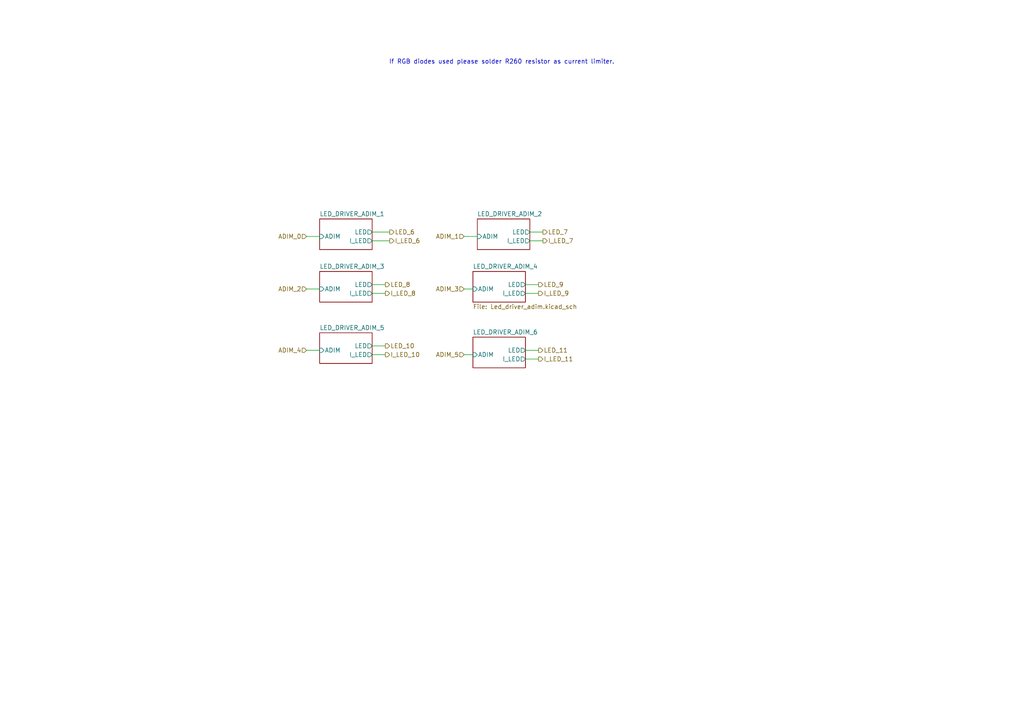
<source format=kicad_sch>
(kicad_sch
	(version 20250114)
	(generator "eeschema")
	(generator_version "9.0")
	(uuid "d5c68ba4-cbf6-419d-baff-3035488d624b")
	(paper "A4")
	(lib_symbols)
	(text "If RGB diodes used please solder R260 resistor as current limiter.\n"
		(exclude_from_sim no)
		(at 145.542 18.034 0)
		(effects
			(font
				(size 1.27 1.27)
			)
		)
		(uuid "000d63ae-5824-4adf-8eb4-ae09d460f85e")
	)
	(wire
		(pts
			(xy 107.95 69.85) (xy 113.03 69.85)
		)
		(stroke
			(width 0)
			(type default)
		)
		(uuid "25d819ee-0dac-45fb-82fa-ad2eedb3a791")
	)
	(wire
		(pts
			(xy 88.9 68.58) (xy 92.71 68.58)
		)
		(stroke
			(width 0)
			(type default)
		)
		(uuid "34bb4c36-ba88-4f21-afaf-5c6b2e0e94e1")
	)
	(wire
		(pts
			(xy 107.95 100.33) (xy 111.76 100.33)
		)
		(stroke
			(width 0)
			(type default)
		)
		(uuid "4c52e4a4-e3ef-486d-a52e-573003ce6cec")
	)
	(wire
		(pts
			(xy 153.67 67.31) (xy 157.48 67.31)
		)
		(stroke
			(width 0)
			(type default)
		)
		(uuid "687a1de2-3c5d-4299-83b3-afb5b7f49d09")
	)
	(wire
		(pts
			(xy 107.95 102.87) (xy 111.76 102.87)
		)
		(stroke
			(width 0)
			(type default)
		)
		(uuid "6f2eec58-5846-4c4c-a5df-e01492bb00a8")
	)
	(wire
		(pts
			(xy 134.62 68.58) (xy 138.43 68.58)
		)
		(stroke
			(width 0)
			(type default)
		)
		(uuid "72a57804-9b83-45b9-880a-82c2e04c20c9")
	)
	(wire
		(pts
			(xy 107.95 85.09) (xy 111.76 85.09)
		)
		(stroke
			(width 0)
			(type default)
		)
		(uuid "88df0fdb-0525-45e3-baf1-ee0aea5cffc2")
	)
	(wire
		(pts
			(xy 152.4 104.14) (xy 156.21 104.14)
		)
		(stroke
			(width 0)
			(type default)
		)
		(uuid "a49fc843-afec-4b55-9cb9-5704d3e9e59b")
	)
	(wire
		(pts
			(xy 88.9 83.82) (xy 92.71 83.82)
		)
		(stroke
			(width 0)
			(type default)
		)
		(uuid "a6930e54-49f2-4c6e-9279-4b7c382a3bbc")
	)
	(wire
		(pts
			(xy 152.4 82.55) (xy 156.21 82.55)
		)
		(stroke
			(width 0)
			(type default)
		)
		(uuid "acc2ebf7-868e-45b0-b46c-38e5a0b3e1fa")
	)
	(wire
		(pts
			(xy 107.95 82.55) (xy 111.76 82.55)
		)
		(stroke
			(width 0)
			(type default)
		)
		(uuid "ae3a6aad-bd4a-45f7-8416-f4a57d308489")
	)
	(wire
		(pts
			(xy 134.62 102.87) (xy 137.16 102.87)
		)
		(stroke
			(width 0)
			(type default)
		)
		(uuid "b0e3d6c5-fa7c-45d5-a0b1-b89c9333e7fd")
	)
	(wire
		(pts
			(xy 153.67 69.85) (xy 157.48 69.85)
		)
		(stroke
			(width 0)
			(type default)
		)
		(uuid "b7ef3162-66df-4611-afe1-ec7a972b1dc2")
	)
	(wire
		(pts
			(xy 134.62 83.82) (xy 137.16 83.82)
		)
		(stroke
			(width 0)
			(type default)
		)
		(uuid "b94c16b1-7e53-418a-a00a-ac9dddc69bf6")
	)
	(wire
		(pts
			(xy 152.4 85.09) (xy 156.21 85.09)
		)
		(stroke
			(width 0)
			(type default)
		)
		(uuid "d6e2d45b-1615-44c6-af46-b1b9d5675eb6")
	)
	(wire
		(pts
			(xy 88.9 101.6) (xy 92.71 101.6)
		)
		(stroke
			(width 0)
			(type default)
		)
		(uuid "f14cde5d-b0e3-41e6-b749-9c1d6515b869")
	)
	(wire
		(pts
			(xy 107.95 67.31) (xy 113.03 67.31)
		)
		(stroke
			(width 0)
			(type default)
		)
		(uuid "f4d616a6-7aba-4d41-b52c-6f66357485bd")
	)
	(wire
		(pts
			(xy 152.4 101.6) (xy 156.21 101.6)
		)
		(stroke
			(width 0)
			(type default)
		)
		(uuid "f7c389c9-4282-4efe-98c0-fc2e1fa53950")
	)
	(hierarchical_label "LED_11"
		(shape output)
		(at 156.21 101.6 0)
		(effects
			(font
				(size 1.27 1.27)
			)
			(justify left)
		)
		(uuid "0934feec-11c0-4ddf-ac2a-f9374c9b929e")
	)
	(hierarchical_label "LED_6"
		(shape output)
		(at 113.03 67.31 0)
		(effects
			(font
				(size 1.27 1.27)
			)
			(justify left)
		)
		(uuid "10edb33f-2e22-4637-99b8-d30b700dec18")
	)
	(hierarchical_label "ADIM_2"
		(shape input)
		(at 88.9 83.82 180)
		(effects
			(font
				(size 1.27 1.27)
			)
			(justify right)
		)
		(uuid "1297d197-f632-4e3e-a0e9-c4580b8f5025")
	)
	(hierarchical_label "I_LED_7"
		(shape output)
		(at 157.48 69.85 0)
		(effects
			(font
				(size 1.27 1.27)
			)
			(justify left)
		)
		(uuid "15fbb36f-0506-44de-9a62-f745a61685d5")
	)
	(hierarchical_label "ADIM_5"
		(shape input)
		(at 134.62 102.87 180)
		(effects
			(font
				(size 1.27 1.27)
			)
			(justify right)
		)
		(uuid "19b3c7c6-90c7-4b69-8dc6-af44c770866d")
	)
	(hierarchical_label "I_LED_8"
		(shape output)
		(at 111.76 85.09 0)
		(effects
			(font
				(size 1.27 1.27)
			)
			(justify left)
		)
		(uuid "46258876-1369-4101-a0ae-a4a17713ee3f")
	)
	(hierarchical_label "ADIM_3"
		(shape input)
		(at 134.62 83.82 180)
		(effects
			(font
				(size 1.27 1.27)
			)
			(justify right)
		)
		(uuid "5cb00f04-a950-4ede-8cd1-545ddc26acd1")
	)
	(hierarchical_label "ADIM_0"
		(shape input)
		(at 88.9 68.58 180)
		(effects
			(font
				(size 1.27 1.27)
			)
			(justify right)
		)
		(uuid "6c2a95ec-770e-43f4-a72f-67a9815b5c7a")
	)
	(hierarchical_label "I_LED_11"
		(shape output)
		(at 156.21 104.14 0)
		(effects
			(font
				(size 1.27 1.27)
			)
			(justify left)
		)
		(uuid "7bf0ee7c-aa19-4d31-8b4e-684053ccfb02")
	)
	(hierarchical_label "I_LED_10"
		(shape output)
		(at 111.76 102.87 0)
		(effects
			(font
				(size 1.27 1.27)
			)
			(justify left)
		)
		(uuid "7f88bc36-a104-4df5-88ec-efec9005e117")
	)
	(hierarchical_label "ADIM_4"
		(shape input)
		(at 88.9 101.6 180)
		(effects
			(font
				(size 1.27 1.27)
			)
			(justify right)
		)
		(uuid "9c1efdff-045c-494e-b530-7c9f66063643")
	)
	(hierarchical_label "I_LED_6"
		(shape output)
		(at 113.03 69.85 0)
		(effects
			(font
				(size 1.27 1.27)
			)
			(justify left)
		)
		(uuid "a3a357cb-ca8a-4388-997f-3281445cebc4")
	)
	(hierarchical_label "LED_8"
		(shape output)
		(at 111.76 82.55 0)
		(effects
			(font
				(size 1.27 1.27)
			)
			(justify left)
		)
		(uuid "be6e97c7-3a8f-489c-bd05-813ce15e52f1")
	)
	(hierarchical_label "LED_9"
		(shape output)
		(at 156.21 82.55 0)
		(effects
			(font
				(size 1.27 1.27)
			)
			(justify left)
		)
		(uuid "c79b0ce6-e650-4bde-bf7c-74712e6840c1")
	)
	(hierarchical_label "LED_10"
		(shape output)
		(at 111.76 100.33 0)
		(effects
			(font
				(size 1.27 1.27)
			)
			(justify left)
		)
		(uuid "cfa83e3f-fa75-4945-959a-c6c9430542ec")
	)
	(hierarchical_label "I_LED_9"
		(shape output)
		(at 156.21 85.09 0)
		(effects
			(font
				(size 1.27 1.27)
			)
			(justify left)
		)
		(uuid "f1c80492-3124-43ee-a5d3-4dd5faaab026")
	)
	(hierarchical_label "ADIM_1"
		(shape input)
		(at 134.62 68.58 180)
		(effects
			(font
				(size 1.27 1.27)
			)
			(justify right)
		)
		(uuid "f4c46fb2-79e0-4211-b202-0aca301203d2")
	)
	(hierarchical_label "LED_7"
		(shape output)
		(at 157.48 67.31 0)
		(effects
			(font
				(size 1.27 1.27)
			)
			(justify left)
		)
		(uuid "f8a4e113-17e5-4c4c-8abe-8ed54ba0b4d7")
	)
	(sheet
		(at 92.71 96.52)
		(size 15.24 8.89)
		(exclude_from_sim no)
		(in_bom yes)
		(on_board yes)
		(dnp no)
		(fields_autoplaced yes)
		(stroke
			(width 0.1524)
			(type solid)
		)
		(fill
			(color 0 0 0 0.0000)
		)
		(uuid "18ca897a-6d4b-4d99-b81b-ffaa315c0fe9")
		(property "Sheetname" "LED_DRIVER_ADIM_5"
			(at 92.71 95.8084 0)
			(effects
				(font
					(size 1.27 1.27)
				)
				(justify left bottom)
			)
		)
		(property "Sheetfile" "Led_driver_adim.kicad_sch"
			(at 92.71 105.9946 0)
			(effects
				(font
					(size 1.27 1.27)
				)
				(justify left top)
				(hide yes)
			)
		)
		(pin "I_LED" output
			(at 107.95 102.87 0)
			(uuid "b8202dad-0e3f-4c88-8fdb-475868f63425")
			(effects
				(font
					(size 1.27 1.27)
				)
				(justify right)
			)
		)
		(pin "LED" output
			(at 107.95 100.33 0)
			(uuid "6a72e065-e496-4b9f-ba52-4675f654799b")
			(effects
				(font
					(size 1.27 1.27)
				)
				(justify right)
			)
		)
		(pin "ADIM" input
			(at 92.71 101.6 180)
			(uuid "45ee9d0a-67a0-42b8-bd49-24f390e304bc")
			(effects
				(font
					(size 1.27 1.27)
				)
				(justify left)
			)
		)
		(instances
			(project "mgr_board"
				(path "/14d3b6cb-e4ae-41db-89eb-e86b07bc47b0/d7eb2425-d51d-4d8e-8dc4-8a8864a47a1c"
					(page "17")
				)
			)
		)
	)
	(sheet
		(at 92.71 78.74)
		(size 15.24 8.89)
		(exclude_from_sim no)
		(in_bom yes)
		(on_board yes)
		(dnp no)
		(fields_autoplaced yes)
		(stroke
			(width 0.1524)
			(type solid)
		)
		(fill
			(color 0 0 0 0.0000)
		)
		(uuid "478dfc0c-55c9-4a36-93cc-fd0471e6263e")
		(property "Sheetname" "LED_DRIVER_ADIM_3"
			(at 92.71 78.0284 0)
			(effects
				(font
					(size 1.27 1.27)
				)
				(justify left bottom)
			)
		)
		(property "Sheetfile" "Led_driver_adim.kicad_sch"
			(at 92.71 88.2146 0)
			(effects
				(font
					(size 1.27 1.27)
				)
				(justify left top)
				(hide yes)
			)
		)
		(pin "I_LED" output
			(at 107.95 85.09 0)
			(uuid "35922d51-61f3-4064-85d7-3197b3de4a69")
			(effects
				(font
					(size 1.27 1.27)
				)
				(justify right)
			)
		)
		(pin "LED" output
			(at 107.95 82.55 0)
			(uuid "a8dd95df-d261-48a1-9752-91f96c526564")
			(effects
				(font
					(size 1.27 1.27)
				)
				(justify right)
			)
		)
		(pin "ADIM" input
			(at 92.71 83.82 180)
			(uuid "784e5d8d-4f80-41e2-9c8e-2a378cb1923b")
			(effects
				(font
					(size 1.27 1.27)
				)
				(justify left)
			)
		)
		(instances
			(project "mgr_board"
				(path "/14d3b6cb-e4ae-41db-89eb-e86b07bc47b0/d7eb2425-d51d-4d8e-8dc4-8a8864a47a1c"
					(page "15")
				)
			)
		)
	)
	(sheet
		(at 92.71 63.5)
		(size 15.24 8.89)
		(exclude_from_sim no)
		(in_bom yes)
		(on_board yes)
		(dnp no)
		(fields_autoplaced yes)
		(stroke
			(width 0.1524)
			(type solid)
		)
		(fill
			(color 0 0 0 0.0000)
		)
		(uuid "4e984013-3273-4f78-bfeb-ddf06dfd0183")
		(property "Sheetname" "LED_DRIVER_ADIM_1"
			(at 92.71 62.7884 0)
			(effects
				(font
					(size 1.27 1.27)
				)
				(justify left bottom)
			)
		)
		(property "Sheetfile" "Led_driver_adim.kicad_sch"
			(at 92.71 72.9746 0)
			(effects
				(font
					(size 1.27 1.27)
				)
				(justify left top)
				(hide yes)
			)
		)
		(pin "I_LED" output
			(at 107.95 69.85 0)
			(uuid "9837cf04-f1b6-4ddd-ba3b-f6a30d6cf363")
			(effects
				(font
					(size 1.27 1.27)
				)
				(justify right)
			)
		)
		(pin "LED" output
			(at 107.95 67.31 0)
			(uuid "410dc48c-ac1a-4402-968f-d6195b7fa3d0")
			(effects
				(font
					(size 1.27 1.27)
				)
				(justify right)
			)
		)
		(pin "ADIM" input
			(at 92.71 68.58 180)
			(uuid "016d66d7-ecbb-4edd-b8c5-55c05a65d375")
			(effects
				(font
					(size 1.27 1.27)
				)
				(justify left)
			)
		)
		(instances
			(project "mgr_board"
				(path "/14d3b6cb-e4ae-41db-89eb-e86b07bc47b0/d7eb2425-d51d-4d8e-8dc4-8a8864a47a1c"
					(page "13")
				)
			)
		)
	)
	(sheet
		(at 138.43 63.5)
		(size 15.24 8.89)
		(exclude_from_sim no)
		(in_bom yes)
		(on_board yes)
		(dnp no)
		(fields_autoplaced yes)
		(stroke
			(width 0.1524)
			(type solid)
		)
		(fill
			(color 0 0 0 0.0000)
		)
		(uuid "7580c989-93a9-4b99-b4dd-1523b56c60e0")
		(property "Sheetname" "LED_DRIVER_ADIM_2"
			(at 138.43 62.7884 0)
			(effects
				(font
					(size 1.27 1.27)
				)
				(justify left bottom)
			)
		)
		(property "Sheetfile" "Led_driver_adim.kicad_sch"
			(at 138.43 72.9746 0)
			(effects
				(font
					(size 1.27 1.27)
				)
				(justify left top)
				(hide yes)
			)
		)
		(pin "I_LED" output
			(at 153.67 69.85 0)
			(uuid "032678d6-5273-4848-9ff9-f489758a312c")
			(effects
				(font
					(size 1.27 1.27)
				)
				(justify right)
			)
		)
		(pin "LED" output
			(at 153.67 67.31 0)
			(uuid "57a096fb-f0f3-455e-9430-629a5357e07f")
			(effects
				(font
					(size 1.27 1.27)
				)
				(justify right)
			)
		)
		(pin "ADIM" input
			(at 138.43 68.58 180)
			(uuid "5ac1cd5a-5eea-4691-a999-1797c0afc6e4")
			(effects
				(font
					(size 1.27 1.27)
				)
				(justify left)
			)
		)
		(instances
			(project "mgr_board"
				(path "/14d3b6cb-e4ae-41db-89eb-e86b07bc47b0/d7eb2425-d51d-4d8e-8dc4-8a8864a47a1c"
					(page "14")
				)
			)
		)
	)
	(sheet
		(at 137.16 78.74)
		(size 15.24 8.89)
		(exclude_from_sim no)
		(in_bom yes)
		(on_board yes)
		(dnp no)
		(fields_autoplaced yes)
		(stroke
			(width 0.1524)
			(type solid)
		)
		(fill
			(color 0 0 0 0.0000)
		)
		(uuid "d1bfb720-7cd7-4d83-870c-9d62b31f375d")
		(property "Sheetname" "LED_DRIVER_ADIM_4"
			(at 137.16 78.0284 0)
			(effects
				(font
					(size 1.27 1.27)
				)
				(justify left bottom)
			)
		)
		(property "Sheetfile" "Led_driver_adim.kicad_sch"
			(at 137.16 88.2146 0)
			(effects
				(font
					(size 1.27 1.27)
				)
				(justify left top)
			)
		)
		(pin "I_LED" output
			(at 152.4 85.09 0)
			(uuid "22f3e3d8-8572-4522-9fba-edecd635eab0")
			(effects
				(font
					(size 1.27 1.27)
				)
				(justify right)
			)
		)
		(pin "LED" output
			(at 152.4 82.55 0)
			(uuid "63d86694-ac29-4c1c-a2a1-4b3b4497fcc3")
			(effects
				(font
					(size 1.27 1.27)
				)
				(justify right)
			)
		)
		(pin "ADIM" input
			(at 137.16 83.82 180)
			(uuid "f58fb468-a0a6-46fb-ab98-cda01dba5075")
			(effects
				(font
					(size 1.27 1.27)
				)
				(justify left)
			)
		)
		(instances
			(project "mgr_board"
				(path "/14d3b6cb-e4ae-41db-89eb-e86b07bc47b0/d7eb2425-d51d-4d8e-8dc4-8a8864a47a1c"
					(page "16")
				)
			)
		)
	)
	(sheet
		(at 137.16 97.79)
		(size 15.24 8.89)
		(exclude_from_sim no)
		(in_bom yes)
		(on_board yes)
		(dnp no)
		(fields_autoplaced yes)
		(stroke
			(width 0.1524)
			(type solid)
		)
		(fill
			(color 0 0 0 0.0000)
		)
		(uuid "e1ae6168-d928-42f7-a8a0-d78ccd7ebaeb")
		(property "Sheetname" "LED_DRIVER_ADIM_6"
			(at 137.16 97.0784 0)
			(effects
				(font
					(size 1.27 1.27)
				)
				(justify left bottom)
			)
		)
		(property "Sheetfile" "Led_driver_adim.kicad_sch"
			(at 137.16 107.2646 0)
			(effects
				(font
					(size 1.27 1.27)
				)
				(justify left top)
				(hide yes)
			)
		)
		(pin "I_LED" output
			(at 152.4 104.14 0)
			(uuid "86c276b2-4dc3-4885-84da-bd1bfa72ca51")
			(effects
				(font
					(size 1.27 1.27)
				)
				(justify right)
			)
		)
		(pin "LED" output
			(at 152.4 101.6 0)
			(uuid "56e35640-7ec0-472d-842a-40df026df324")
			(effects
				(font
					(size 1.27 1.27)
				)
				(justify right)
			)
		)
		(pin "ADIM" input
			(at 137.16 102.87 180)
			(uuid "7fe0e5f3-0625-4559-9b2d-0938fb7d1e4e")
			(effects
				(font
					(size 1.27 1.27)
				)
				(justify left)
			)
		)
		(instances
			(project "mgr_board"
				(path "/14d3b6cb-e4ae-41db-89eb-e86b07bc47b0/d7eb2425-d51d-4d8e-8dc4-8a8864a47a1c"
					(page "18")
				)
			)
		)
	)
)

</source>
